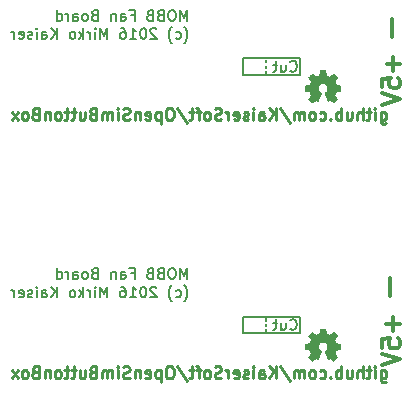
<source format=gbr>
G04 #@! TF.FileFunction,Legend,Bot*
%FSLAX46Y46*%
G04 Gerber Fmt 4.6, Leading zero omitted, Abs format (unit mm)*
G04 Created by KiCad (PCBNEW 4.0.4-stable) date 11/28/16 12:21:10*
%MOMM*%
%LPD*%
G01*
G04 APERTURE LIST*
%ADD10C,0.100000*%
%ADD11C,0.300000*%
%ADD12C,0.200000*%
%ADD13C,0.250000*%
%ADD14C,0.002540*%
G04 APERTURE END LIST*
D10*
D11*
X218352857Y-122868095D02*
X218352857Y-124391905D01*
X218647143Y-126161429D02*
X218647143Y-127304286D01*
X219218571Y-126732857D02*
X218075714Y-126732857D01*
X217718571Y-128732858D02*
X217718571Y-128018572D01*
X218432857Y-127947143D01*
X218361429Y-128018572D01*
X218290000Y-128161429D01*
X218290000Y-128518572D01*
X218361429Y-128661429D01*
X218432857Y-128732858D01*
X218575714Y-128804286D01*
X218932857Y-128804286D01*
X219075714Y-128732858D01*
X219147143Y-128661429D01*
X219218571Y-128518572D01*
X219218571Y-128161429D01*
X219147143Y-128018572D01*
X219075714Y-127947143D01*
X217718571Y-129232857D02*
X219218571Y-129732857D01*
X217718571Y-130232857D01*
X218677143Y-104131429D02*
X218677143Y-105274286D01*
X219248571Y-104702857D02*
X218105714Y-104702857D01*
X217748571Y-106702858D02*
X217748571Y-105988572D01*
X218462857Y-105917143D01*
X218391429Y-105988572D01*
X218320000Y-106131429D01*
X218320000Y-106488572D01*
X218391429Y-106631429D01*
X218462857Y-106702858D01*
X218605714Y-106774286D01*
X218962857Y-106774286D01*
X219105714Y-106702858D01*
X219177143Y-106631429D01*
X219248571Y-106488572D01*
X219248571Y-106131429D01*
X219177143Y-105988572D01*
X219105714Y-105917143D01*
X217748571Y-107202857D02*
X219248571Y-107702857D01*
X217748571Y-108202857D01*
X218572857Y-100938095D02*
X218572857Y-102461905D01*
D12*
X201215714Y-101052143D02*
X201215714Y-100152143D01*
X200915714Y-100795000D01*
X200615714Y-100152143D01*
X200615714Y-101052143D01*
X200015715Y-100152143D02*
X199844286Y-100152143D01*
X199758572Y-100195000D01*
X199672858Y-100280714D01*
X199630000Y-100452143D01*
X199630000Y-100752143D01*
X199672858Y-100923571D01*
X199758572Y-101009286D01*
X199844286Y-101052143D01*
X200015715Y-101052143D01*
X200101429Y-101009286D01*
X200187143Y-100923571D01*
X200230000Y-100752143D01*
X200230000Y-100452143D01*
X200187143Y-100280714D01*
X200101429Y-100195000D01*
X200015715Y-100152143D01*
X198944286Y-100580714D02*
X198815715Y-100623571D01*
X198772858Y-100666429D01*
X198730001Y-100752143D01*
X198730001Y-100880714D01*
X198772858Y-100966429D01*
X198815715Y-101009286D01*
X198901429Y-101052143D01*
X199244286Y-101052143D01*
X199244286Y-100152143D01*
X198944286Y-100152143D01*
X198858572Y-100195000D01*
X198815715Y-100237857D01*
X198772858Y-100323571D01*
X198772858Y-100409286D01*
X198815715Y-100495000D01*
X198858572Y-100537857D01*
X198944286Y-100580714D01*
X199244286Y-100580714D01*
X198044286Y-100580714D02*
X197915715Y-100623571D01*
X197872858Y-100666429D01*
X197830001Y-100752143D01*
X197830001Y-100880714D01*
X197872858Y-100966429D01*
X197915715Y-101009286D01*
X198001429Y-101052143D01*
X198344286Y-101052143D01*
X198344286Y-100152143D01*
X198044286Y-100152143D01*
X197958572Y-100195000D01*
X197915715Y-100237857D01*
X197872858Y-100323571D01*
X197872858Y-100409286D01*
X197915715Y-100495000D01*
X197958572Y-100537857D01*
X198044286Y-100580714D01*
X198344286Y-100580714D01*
X196458572Y-100580714D02*
X196758572Y-100580714D01*
X196758572Y-101052143D02*
X196758572Y-100152143D01*
X196330001Y-100152143D01*
X195601429Y-101052143D02*
X195601429Y-100580714D01*
X195644286Y-100495000D01*
X195730000Y-100452143D01*
X195901429Y-100452143D01*
X195987143Y-100495000D01*
X195601429Y-101009286D02*
X195687143Y-101052143D01*
X195901429Y-101052143D01*
X195987143Y-101009286D01*
X196030000Y-100923571D01*
X196030000Y-100837857D01*
X195987143Y-100752143D01*
X195901429Y-100709286D01*
X195687143Y-100709286D01*
X195601429Y-100666429D01*
X195172857Y-100452143D02*
X195172857Y-101052143D01*
X195172857Y-100537857D02*
X195130000Y-100495000D01*
X195044286Y-100452143D01*
X194915714Y-100452143D01*
X194830000Y-100495000D01*
X194787143Y-100580714D01*
X194787143Y-101052143D01*
X193372857Y-100580714D02*
X193244286Y-100623571D01*
X193201429Y-100666429D01*
X193158572Y-100752143D01*
X193158572Y-100880714D01*
X193201429Y-100966429D01*
X193244286Y-101009286D01*
X193330000Y-101052143D01*
X193672857Y-101052143D01*
X193672857Y-100152143D01*
X193372857Y-100152143D01*
X193287143Y-100195000D01*
X193244286Y-100237857D01*
X193201429Y-100323571D01*
X193201429Y-100409286D01*
X193244286Y-100495000D01*
X193287143Y-100537857D01*
X193372857Y-100580714D01*
X193672857Y-100580714D01*
X192644286Y-101052143D02*
X192730000Y-101009286D01*
X192772857Y-100966429D01*
X192815714Y-100880714D01*
X192815714Y-100623571D01*
X192772857Y-100537857D01*
X192730000Y-100495000D01*
X192644286Y-100452143D01*
X192515714Y-100452143D01*
X192430000Y-100495000D01*
X192387143Y-100537857D01*
X192344286Y-100623571D01*
X192344286Y-100880714D01*
X192387143Y-100966429D01*
X192430000Y-101009286D01*
X192515714Y-101052143D01*
X192644286Y-101052143D01*
X191572857Y-101052143D02*
X191572857Y-100580714D01*
X191615714Y-100495000D01*
X191701428Y-100452143D01*
X191872857Y-100452143D01*
X191958571Y-100495000D01*
X191572857Y-101009286D02*
X191658571Y-101052143D01*
X191872857Y-101052143D01*
X191958571Y-101009286D01*
X192001428Y-100923571D01*
X192001428Y-100837857D01*
X191958571Y-100752143D01*
X191872857Y-100709286D01*
X191658571Y-100709286D01*
X191572857Y-100666429D01*
X191144285Y-101052143D02*
X191144285Y-100452143D01*
X191144285Y-100623571D02*
X191101428Y-100537857D01*
X191058571Y-100495000D01*
X190972857Y-100452143D01*
X190887142Y-100452143D01*
X190201428Y-101052143D02*
X190201428Y-100152143D01*
X190201428Y-101009286D02*
X190287142Y-101052143D01*
X190458571Y-101052143D01*
X190544285Y-101009286D01*
X190587142Y-100966429D01*
X190629999Y-100880714D01*
X190629999Y-100623571D01*
X190587142Y-100537857D01*
X190544285Y-100495000D01*
X190458571Y-100452143D01*
X190287142Y-100452143D01*
X190201428Y-100495000D01*
X200958571Y-102945000D02*
X201001429Y-102902143D01*
X201087143Y-102773571D01*
X201130000Y-102687857D01*
X201172857Y-102559286D01*
X201215714Y-102345000D01*
X201215714Y-102173571D01*
X201172857Y-101959286D01*
X201130000Y-101830714D01*
X201087143Y-101745000D01*
X201001429Y-101616429D01*
X200958571Y-101573571D01*
X200230000Y-102559286D02*
X200315714Y-102602143D01*
X200487143Y-102602143D01*
X200572857Y-102559286D01*
X200615714Y-102516429D01*
X200658571Y-102430714D01*
X200658571Y-102173571D01*
X200615714Y-102087857D01*
X200572857Y-102045000D01*
X200487143Y-102002143D01*
X200315714Y-102002143D01*
X200230000Y-102045000D01*
X199930000Y-102945000D02*
X199887142Y-102902143D01*
X199801428Y-102773571D01*
X199758571Y-102687857D01*
X199715714Y-102559286D01*
X199672857Y-102345000D01*
X199672857Y-102173571D01*
X199715714Y-101959286D01*
X199758571Y-101830714D01*
X199801428Y-101745000D01*
X199887142Y-101616429D01*
X199930000Y-101573571D01*
X198601428Y-101787857D02*
X198558571Y-101745000D01*
X198472857Y-101702143D01*
X198258571Y-101702143D01*
X198172857Y-101745000D01*
X198130000Y-101787857D01*
X198087143Y-101873571D01*
X198087143Y-101959286D01*
X198130000Y-102087857D01*
X198644286Y-102602143D01*
X198087143Y-102602143D01*
X197530000Y-101702143D02*
X197444285Y-101702143D01*
X197358571Y-101745000D01*
X197315714Y-101787857D01*
X197272857Y-101873571D01*
X197230000Y-102045000D01*
X197230000Y-102259286D01*
X197272857Y-102430714D01*
X197315714Y-102516429D01*
X197358571Y-102559286D01*
X197444285Y-102602143D01*
X197530000Y-102602143D01*
X197615714Y-102559286D01*
X197658571Y-102516429D01*
X197701428Y-102430714D01*
X197744285Y-102259286D01*
X197744285Y-102045000D01*
X197701428Y-101873571D01*
X197658571Y-101787857D01*
X197615714Y-101745000D01*
X197530000Y-101702143D01*
X196372857Y-102602143D02*
X196887142Y-102602143D01*
X196630000Y-102602143D02*
X196630000Y-101702143D01*
X196715714Y-101830714D01*
X196801428Y-101916429D01*
X196887142Y-101959286D01*
X195601428Y-101702143D02*
X195772857Y-101702143D01*
X195858571Y-101745000D01*
X195901428Y-101787857D01*
X195987142Y-101916429D01*
X196029999Y-102087857D01*
X196029999Y-102430714D01*
X195987142Y-102516429D01*
X195944285Y-102559286D01*
X195858571Y-102602143D01*
X195687142Y-102602143D01*
X195601428Y-102559286D01*
X195558571Y-102516429D01*
X195515714Y-102430714D01*
X195515714Y-102216429D01*
X195558571Y-102130714D01*
X195601428Y-102087857D01*
X195687142Y-102045000D01*
X195858571Y-102045000D01*
X195944285Y-102087857D01*
X195987142Y-102130714D01*
X196029999Y-102216429D01*
X194444285Y-102602143D02*
X194444285Y-101702143D01*
X194144285Y-102345000D01*
X193844285Y-101702143D01*
X193844285Y-102602143D01*
X193415714Y-102602143D02*
X193415714Y-102002143D01*
X193415714Y-101702143D02*
X193458571Y-101745000D01*
X193415714Y-101787857D01*
X193372857Y-101745000D01*
X193415714Y-101702143D01*
X193415714Y-101787857D01*
X192987143Y-102602143D02*
X192987143Y-102002143D01*
X192987143Y-102173571D02*
X192944286Y-102087857D01*
X192901429Y-102045000D01*
X192815715Y-102002143D01*
X192730000Y-102002143D01*
X192430000Y-102602143D02*
X192430000Y-101702143D01*
X192344286Y-102259286D02*
X192087143Y-102602143D01*
X192087143Y-102002143D02*
X192430000Y-102345000D01*
X191572858Y-102602143D02*
X191658572Y-102559286D01*
X191701429Y-102516429D01*
X191744286Y-102430714D01*
X191744286Y-102173571D01*
X191701429Y-102087857D01*
X191658572Y-102045000D01*
X191572858Y-102002143D01*
X191444286Y-102002143D01*
X191358572Y-102045000D01*
X191315715Y-102087857D01*
X191272858Y-102173571D01*
X191272858Y-102430714D01*
X191315715Y-102516429D01*
X191358572Y-102559286D01*
X191444286Y-102602143D01*
X191572858Y-102602143D01*
X190201429Y-102602143D02*
X190201429Y-101702143D01*
X189687144Y-102602143D02*
X190072858Y-102087857D01*
X189687144Y-101702143D02*
X190201429Y-102216429D01*
X188915715Y-102602143D02*
X188915715Y-102130714D01*
X188958572Y-102045000D01*
X189044286Y-102002143D01*
X189215715Y-102002143D01*
X189301429Y-102045000D01*
X188915715Y-102559286D02*
X189001429Y-102602143D01*
X189215715Y-102602143D01*
X189301429Y-102559286D01*
X189344286Y-102473571D01*
X189344286Y-102387857D01*
X189301429Y-102302143D01*
X189215715Y-102259286D01*
X189001429Y-102259286D01*
X188915715Y-102216429D01*
X188487143Y-102602143D02*
X188487143Y-102002143D01*
X188487143Y-101702143D02*
X188530000Y-101745000D01*
X188487143Y-101787857D01*
X188444286Y-101745000D01*
X188487143Y-101702143D01*
X188487143Y-101787857D01*
X188101429Y-102559286D02*
X188015715Y-102602143D01*
X187844287Y-102602143D01*
X187758572Y-102559286D01*
X187715715Y-102473571D01*
X187715715Y-102430714D01*
X187758572Y-102345000D01*
X187844287Y-102302143D01*
X187972858Y-102302143D01*
X188058572Y-102259286D01*
X188101429Y-102173571D01*
X188101429Y-102130714D01*
X188058572Y-102045000D01*
X187972858Y-102002143D01*
X187844287Y-102002143D01*
X187758572Y-102045000D01*
X186987144Y-102559286D02*
X187072858Y-102602143D01*
X187244287Y-102602143D01*
X187330001Y-102559286D01*
X187372858Y-102473571D01*
X187372858Y-102130714D01*
X187330001Y-102045000D01*
X187244287Y-102002143D01*
X187072858Y-102002143D01*
X186987144Y-102045000D01*
X186944287Y-102130714D01*
X186944287Y-102216429D01*
X187372858Y-102302143D01*
X186558572Y-102602143D02*
X186558572Y-102002143D01*
X186558572Y-102173571D02*
X186515715Y-102087857D01*
X186472858Y-102045000D01*
X186387144Y-102002143D01*
X186301429Y-102002143D01*
D13*
X217587143Y-108785714D02*
X217587143Y-109595238D01*
X217634762Y-109690476D01*
X217682381Y-109738095D01*
X217777620Y-109785714D01*
X217920477Y-109785714D01*
X218015715Y-109738095D01*
X217587143Y-109404762D02*
X217682381Y-109452381D01*
X217872858Y-109452381D01*
X217968096Y-109404762D01*
X218015715Y-109357143D01*
X218063334Y-109261905D01*
X218063334Y-108976190D01*
X218015715Y-108880952D01*
X217968096Y-108833333D01*
X217872858Y-108785714D01*
X217682381Y-108785714D01*
X217587143Y-108833333D01*
X217110953Y-109452381D02*
X217110953Y-108785714D01*
X217110953Y-108452381D02*
X217158572Y-108500000D01*
X217110953Y-108547619D01*
X217063334Y-108500000D01*
X217110953Y-108452381D01*
X217110953Y-108547619D01*
X216777620Y-108785714D02*
X216396668Y-108785714D01*
X216634763Y-108452381D02*
X216634763Y-109309524D01*
X216587144Y-109404762D01*
X216491906Y-109452381D01*
X216396668Y-109452381D01*
X216063334Y-109452381D02*
X216063334Y-108452381D01*
X215634762Y-109452381D02*
X215634762Y-108928571D01*
X215682381Y-108833333D01*
X215777619Y-108785714D01*
X215920477Y-108785714D01*
X216015715Y-108833333D01*
X216063334Y-108880952D01*
X214730000Y-108785714D02*
X214730000Y-109452381D01*
X215158572Y-108785714D02*
X215158572Y-109309524D01*
X215110953Y-109404762D01*
X215015715Y-109452381D01*
X214872857Y-109452381D01*
X214777619Y-109404762D01*
X214730000Y-109357143D01*
X214253810Y-109452381D02*
X214253810Y-108452381D01*
X214253810Y-108833333D02*
X214158572Y-108785714D01*
X213968095Y-108785714D01*
X213872857Y-108833333D01*
X213825238Y-108880952D01*
X213777619Y-108976190D01*
X213777619Y-109261905D01*
X213825238Y-109357143D01*
X213872857Y-109404762D01*
X213968095Y-109452381D01*
X214158572Y-109452381D01*
X214253810Y-109404762D01*
X213349048Y-109357143D02*
X213301429Y-109404762D01*
X213349048Y-109452381D01*
X213396667Y-109404762D01*
X213349048Y-109357143D01*
X213349048Y-109452381D01*
X212444286Y-109404762D02*
X212539524Y-109452381D01*
X212730001Y-109452381D01*
X212825239Y-109404762D01*
X212872858Y-109357143D01*
X212920477Y-109261905D01*
X212920477Y-108976190D01*
X212872858Y-108880952D01*
X212825239Y-108833333D01*
X212730001Y-108785714D01*
X212539524Y-108785714D01*
X212444286Y-108833333D01*
X211872858Y-109452381D02*
X211968096Y-109404762D01*
X212015715Y-109357143D01*
X212063334Y-109261905D01*
X212063334Y-108976190D01*
X212015715Y-108880952D01*
X211968096Y-108833333D01*
X211872858Y-108785714D01*
X211730000Y-108785714D01*
X211634762Y-108833333D01*
X211587143Y-108880952D01*
X211539524Y-108976190D01*
X211539524Y-109261905D01*
X211587143Y-109357143D01*
X211634762Y-109404762D01*
X211730000Y-109452381D01*
X211872858Y-109452381D01*
X211110953Y-109452381D02*
X211110953Y-108785714D01*
X211110953Y-108880952D02*
X211063334Y-108833333D01*
X210968096Y-108785714D01*
X210825238Y-108785714D01*
X210730000Y-108833333D01*
X210682381Y-108928571D01*
X210682381Y-109452381D01*
X210682381Y-108928571D02*
X210634762Y-108833333D01*
X210539524Y-108785714D01*
X210396667Y-108785714D01*
X210301429Y-108833333D01*
X210253810Y-108928571D01*
X210253810Y-109452381D01*
X209063334Y-108404762D02*
X209920477Y-109690476D01*
X208730001Y-109452381D02*
X208730001Y-108452381D01*
X208158572Y-109452381D02*
X208587144Y-108880952D01*
X208158572Y-108452381D02*
X208730001Y-109023810D01*
X207301429Y-109452381D02*
X207301429Y-108928571D01*
X207349048Y-108833333D01*
X207444286Y-108785714D01*
X207634763Y-108785714D01*
X207730001Y-108833333D01*
X207301429Y-109404762D02*
X207396667Y-109452381D01*
X207634763Y-109452381D01*
X207730001Y-109404762D01*
X207777620Y-109309524D01*
X207777620Y-109214286D01*
X207730001Y-109119048D01*
X207634763Y-109071429D01*
X207396667Y-109071429D01*
X207301429Y-109023810D01*
X206825239Y-109452381D02*
X206825239Y-108785714D01*
X206825239Y-108452381D02*
X206872858Y-108500000D01*
X206825239Y-108547619D01*
X206777620Y-108500000D01*
X206825239Y-108452381D01*
X206825239Y-108547619D01*
X206396668Y-109404762D02*
X206301430Y-109452381D01*
X206110954Y-109452381D01*
X206015715Y-109404762D01*
X205968096Y-109309524D01*
X205968096Y-109261905D01*
X206015715Y-109166667D01*
X206110954Y-109119048D01*
X206253811Y-109119048D01*
X206349049Y-109071429D01*
X206396668Y-108976190D01*
X206396668Y-108928571D01*
X206349049Y-108833333D01*
X206253811Y-108785714D01*
X206110954Y-108785714D01*
X206015715Y-108833333D01*
X205158572Y-109404762D02*
X205253810Y-109452381D01*
X205444287Y-109452381D01*
X205539525Y-109404762D01*
X205587144Y-109309524D01*
X205587144Y-108928571D01*
X205539525Y-108833333D01*
X205444287Y-108785714D01*
X205253810Y-108785714D01*
X205158572Y-108833333D01*
X205110953Y-108928571D01*
X205110953Y-109023810D01*
X205587144Y-109119048D01*
X204682382Y-109452381D02*
X204682382Y-108785714D01*
X204682382Y-108976190D02*
X204634763Y-108880952D01*
X204587144Y-108833333D01*
X204491906Y-108785714D01*
X204396667Y-108785714D01*
X204110953Y-109404762D02*
X203968096Y-109452381D01*
X203730000Y-109452381D01*
X203634762Y-109404762D01*
X203587143Y-109357143D01*
X203539524Y-109261905D01*
X203539524Y-109166667D01*
X203587143Y-109071429D01*
X203634762Y-109023810D01*
X203730000Y-108976190D01*
X203920477Y-108928571D01*
X204015715Y-108880952D01*
X204063334Y-108833333D01*
X204110953Y-108738095D01*
X204110953Y-108642857D01*
X204063334Y-108547619D01*
X204015715Y-108500000D01*
X203920477Y-108452381D01*
X203682381Y-108452381D01*
X203539524Y-108500000D01*
X202968096Y-109452381D02*
X203063334Y-109404762D01*
X203110953Y-109357143D01*
X203158572Y-109261905D01*
X203158572Y-108976190D01*
X203110953Y-108880952D01*
X203063334Y-108833333D01*
X202968096Y-108785714D01*
X202825238Y-108785714D01*
X202730000Y-108833333D01*
X202682381Y-108880952D01*
X202634762Y-108976190D01*
X202634762Y-109261905D01*
X202682381Y-109357143D01*
X202730000Y-109404762D01*
X202825238Y-109452381D01*
X202968096Y-109452381D01*
X202349048Y-108785714D02*
X201968096Y-108785714D01*
X202206191Y-109452381D02*
X202206191Y-108595238D01*
X202158572Y-108500000D01*
X202063334Y-108452381D01*
X201968096Y-108452381D01*
X201777619Y-108785714D02*
X201396667Y-108785714D01*
X201634762Y-108452381D02*
X201634762Y-109309524D01*
X201587143Y-109404762D01*
X201491905Y-109452381D01*
X201396667Y-109452381D01*
X200349047Y-108404762D02*
X201206190Y-109690476D01*
X199825238Y-108452381D02*
X199634761Y-108452381D01*
X199539523Y-108500000D01*
X199444285Y-108595238D01*
X199396666Y-108785714D01*
X199396666Y-109119048D01*
X199444285Y-109309524D01*
X199539523Y-109404762D01*
X199634761Y-109452381D01*
X199825238Y-109452381D01*
X199920476Y-109404762D01*
X200015714Y-109309524D01*
X200063333Y-109119048D01*
X200063333Y-108785714D01*
X200015714Y-108595238D01*
X199920476Y-108500000D01*
X199825238Y-108452381D01*
X198968095Y-108785714D02*
X198968095Y-109785714D01*
X198968095Y-108833333D02*
X198872857Y-108785714D01*
X198682380Y-108785714D01*
X198587142Y-108833333D01*
X198539523Y-108880952D01*
X198491904Y-108976190D01*
X198491904Y-109261905D01*
X198539523Y-109357143D01*
X198587142Y-109404762D01*
X198682380Y-109452381D01*
X198872857Y-109452381D01*
X198968095Y-109404762D01*
X197682380Y-109404762D02*
X197777618Y-109452381D01*
X197968095Y-109452381D01*
X198063333Y-109404762D01*
X198110952Y-109309524D01*
X198110952Y-108928571D01*
X198063333Y-108833333D01*
X197968095Y-108785714D01*
X197777618Y-108785714D01*
X197682380Y-108833333D01*
X197634761Y-108928571D01*
X197634761Y-109023810D01*
X198110952Y-109119048D01*
X197206190Y-108785714D02*
X197206190Y-109452381D01*
X197206190Y-108880952D02*
X197158571Y-108833333D01*
X197063333Y-108785714D01*
X196920475Y-108785714D01*
X196825237Y-108833333D01*
X196777618Y-108928571D01*
X196777618Y-109452381D01*
X196349047Y-109404762D02*
X196206190Y-109452381D01*
X195968094Y-109452381D01*
X195872856Y-109404762D01*
X195825237Y-109357143D01*
X195777618Y-109261905D01*
X195777618Y-109166667D01*
X195825237Y-109071429D01*
X195872856Y-109023810D01*
X195968094Y-108976190D01*
X196158571Y-108928571D01*
X196253809Y-108880952D01*
X196301428Y-108833333D01*
X196349047Y-108738095D01*
X196349047Y-108642857D01*
X196301428Y-108547619D01*
X196253809Y-108500000D01*
X196158571Y-108452381D01*
X195920475Y-108452381D01*
X195777618Y-108500000D01*
X195349047Y-109452381D02*
X195349047Y-108785714D01*
X195349047Y-108452381D02*
X195396666Y-108500000D01*
X195349047Y-108547619D01*
X195301428Y-108500000D01*
X195349047Y-108452381D01*
X195349047Y-108547619D01*
X194872857Y-109452381D02*
X194872857Y-108785714D01*
X194872857Y-108880952D02*
X194825238Y-108833333D01*
X194730000Y-108785714D01*
X194587142Y-108785714D01*
X194491904Y-108833333D01*
X194444285Y-108928571D01*
X194444285Y-109452381D01*
X194444285Y-108928571D02*
X194396666Y-108833333D01*
X194301428Y-108785714D01*
X194158571Y-108785714D01*
X194063333Y-108833333D01*
X194015714Y-108928571D01*
X194015714Y-109452381D01*
X193206190Y-108928571D02*
X193063333Y-108976190D01*
X193015714Y-109023810D01*
X192968095Y-109119048D01*
X192968095Y-109261905D01*
X193015714Y-109357143D01*
X193063333Y-109404762D01*
X193158571Y-109452381D01*
X193539524Y-109452381D01*
X193539524Y-108452381D01*
X193206190Y-108452381D01*
X193110952Y-108500000D01*
X193063333Y-108547619D01*
X193015714Y-108642857D01*
X193015714Y-108738095D01*
X193063333Y-108833333D01*
X193110952Y-108880952D01*
X193206190Y-108928571D01*
X193539524Y-108928571D01*
X192110952Y-108785714D02*
X192110952Y-109452381D01*
X192539524Y-108785714D02*
X192539524Y-109309524D01*
X192491905Y-109404762D01*
X192396667Y-109452381D01*
X192253809Y-109452381D01*
X192158571Y-109404762D01*
X192110952Y-109357143D01*
X191777619Y-108785714D02*
X191396667Y-108785714D01*
X191634762Y-108452381D02*
X191634762Y-109309524D01*
X191587143Y-109404762D01*
X191491905Y-109452381D01*
X191396667Y-109452381D01*
X191206190Y-108785714D02*
X190825238Y-108785714D01*
X191063333Y-108452381D02*
X191063333Y-109309524D01*
X191015714Y-109404762D01*
X190920476Y-109452381D01*
X190825238Y-109452381D01*
X190349047Y-109452381D02*
X190444285Y-109404762D01*
X190491904Y-109357143D01*
X190539523Y-109261905D01*
X190539523Y-108976190D01*
X190491904Y-108880952D01*
X190444285Y-108833333D01*
X190349047Y-108785714D01*
X190206189Y-108785714D01*
X190110951Y-108833333D01*
X190063332Y-108880952D01*
X190015713Y-108976190D01*
X190015713Y-109261905D01*
X190063332Y-109357143D01*
X190110951Y-109404762D01*
X190206189Y-109452381D01*
X190349047Y-109452381D01*
X189587142Y-108785714D02*
X189587142Y-109452381D01*
X189587142Y-108880952D02*
X189539523Y-108833333D01*
X189444285Y-108785714D01*
X189301427Y-108785714D01*
X189206189Y-108833333D01*
X189158570Y-108928571D01*
X189158570Y-109452381D01*
X188349046Y-108928571D02*
X188206189Y-108976190D01*
X188158570Y-109023810D01*
X188110951Y-109119048D01*
X188110951Y-109261905D01*
X188158570Y-109357143D01*
X188206189Y-109404762D01*
X188301427Y-109452381D01*
X188682380Y-109452381D01*
X188682380Y-108452381D01*
X188349046Y-108452381D01*
X188253808Y-108500000D01*
X188206189Y-108547619D01*
X188158570Y-108642857D01*
X188158570Y-108738095D01*
X188206189Y-108833333D01*
X188253808Y-108880952D01*
X188349046Y-108928571D01*
X188682380Y-108928571D01*
X187539523Y-109452381D02*
X187634761Y-109404762D01*
X187682380Y-109357143D01*
X187729999Y-109261905D01*
X187729999Y-108976190D01*
X187682380Y-108880952D01*
X187634761Y-108833333D01*
X187539523Y-108785714D01*
X187396665Y-108785714D01*
X187301427Y-108833333D01*
X187253808Y-108880952D01*
X187206189Y-108976190D01*
X187206189Y-109261905D01*
X187253808Y-109357143D01*
X187301427Y-109404762D01*
X187396665Y-109452381D01*
X187539523Y-109452381D01*
X186872856Y-109452381D02*
X186349046Y-108785714D01*
X186872856Y-108785714D02*
X186349046Y-109452381D01*
D12*
X209935715Y-105276429D02*
X209978572Y-105319286D01*
X210107143Y-105362143D01*
X210192857Y-105362143D01*
X210321429Y-105319286D01*
X210407143Y-105233571D01*
X210450000Y-105147857D01*
X210492857Y-104976429D01*
X210492857Y-104847857D01*
X210450000Y-104676429D01*
X210407143Y-104590714D01*
X210321429Y-104505000D01*
X210192857Y-104462143D01*
X210107143Y-104462143D01*
X209978572Y-104505000D01*
X209935715Y-104547857D01*
X209164286Y-104762143D02*
X209164286Y-105362143D01*
X209550000Y-104762143D02*
X209550000Y-105233571D01*
X209507143Y-105319286D01*
X209421429Y-105362143D01*
X209292857Y-105362143D01*
X209207143Y-105319286D01*
X209164286Y-105276429D01*
X208864286Y-104762143D02*
X208521429Y-104762143D01*
X208735714Y-104462143D02*
X208735714Y-105233571D01*
X208692857Y-105319286D01*
X208607143Y-105362143D01*
X208521429Y-105362143D01*
X207900000Y-105505000D02*
X207900000Y-105305000D01*
X207900000Y-105055000D02*
X207900000Y-104855000D01*
X207900000Y-104580000D02*
X207900000Y-104380000D01*
X210750000Y-105655000D02*
X210750000Y-104230000D01*
X210750000Y-104230000D02*
X205950000Y-104230000D01*
X205950000Y-104230000D02*
X205950000Y-105655000D01*
X210750000Y-105655000D02*
X205950000Y-105655000D01*
X210750000Y-127525000D02*
X205950000Y-127525000D01*
X205950000Y-126100000D02*
X205950000Y-127525000D01*
X210750000Y-126100000D02*
X205950000Y-126100000D01*
X210750000Y-127525000D02*
X210750000Y-126100000D01*
X207900000Y-126450000D02*
X207900000Y-126250000D01*
X207900000Y-126925000D02*
X207900000Y-126725000D01*
X207900000Y-127375000D02*
X207900000Y-127175000D01*
X209935715Y-127146429D02*
X209978572Y-127189286D01*
X210107143Y-127232143D01*
X210192857Y-127232143D01*
X210321429Y-127189286D01*
X210407143Y-127103571D01*
X210450000Y-127017857D01*
X210492857Y-126846429D01*
X210492857Y-126717857D01*
X210450000Y-126546429D01*
X210407143Y-126460714D01*
X210321429Y-126375000D01*
X210192857Y-126332143D01*
X210107143Y-126332143D01*
X209978572Y-126375000D01*
X209935715Y-126417857D01*
X209164286Y-126632143D02*
X209164286Y-127232143D01*
X209550000Y-126632143D02*
X209550000Y-127103571D01*
X209507143Y-127189286D01*
X209421429Y-127232143D01*
X209292857Y-127232143D01*
X209207143Y-127189286D01*
X209164286Y-127146429D01*
X208864286Y-126632143D02*
X208521429Y-126632143D01*
X208735714Y-126332143D02*
X208735714Y-127103571D01*
X208692857Y-127189286D01*
X208607143Y-127232143D01*
X208521429Y-127232143D01*
D13*
X217587143Y-130655714D02*
X217587143Y-131465238D01*
X217634762Y-131560476D01*
X217682381Y-131608095D01*
X217777620Y-131655714D01*
X217920477Y-131655714D01*
X218015715Y-131608095D01*
X217587143Y-131274762D02*
X217682381Y-131322381D01*
X217872858Y-131322381D01*
X217968096Y-131274762D01*
X218015715Y-131227143D01*
X218063334Y-131131905D01*
X218063334Y-130846190D01*
X218015715Y-130750952D01*
X217968096Y-130703333D01*
X217872858Y-130655714D01*
X217682381Y-130655714D01*
X217587143Y-130703333D01*
X217110953Y-131322381D02*
X217110953Y-130655714D01*
X217110953Y-130322381D02*
X217158572Y-130370000D01*
X217110953Y-130417619D01*
X217063334Y-130370000D01*
X217110953Y-130322381D01*
X217110953Y-130417619D01*
X216777620Y-130655714D02*
X216396668Y-130655714D01*
X216634763Y-130322381D02*
X216634763Y-131179524D01*
X216587144Y-131274762D01*
X216491906Y-131322381D01*
X216396668Y-131322381D01*
X216063334Y-131322381D02*
X216063334Y-130322381D01*
X215634762Y-131322381D02*
X215634762Y-130798571D01*
X215682381Y-130703333D01*
X215777619Y-130655714D01*
X215920477Y-130655714D01*
X216015715Y-130703333D01*
X216063334Y-130750952D01*
X214730000Y-130655714D02*
X214730000Y-131322381D01*
X215158572Y-130655714D02*
X215158572Y-131179524D01*
X215110953Y-131274762D01*
X215015715Y-131322381D01*
X214872857Y-131322381D01*
X214777619Y-131274762D01*
X214730000Y-131227143D01*
X214253810Y-131322381D02*
X214253810Y-130322381D01*
X214253810Y-130703333D02*
X214158572Y-130655714D01*
X213968095Y-130655714D01*
X213872857Y-130703333D01*
X213825238Y-130750952D01*
X213777619Y-130846190D01*
X213777619Y-131131905D01*
X213825238Y-131227143D01*
X213872857Y-131274762D01*
X213968095Y-131322381D01*
X214158572Y-131322381D01*
X214253810Y-131274762D01*
X213349048Y-131227143D02*
X213301429Y-131274762D01*
X213349048Y-131322381D01*
X213396667Y-131274762D01*
X213349048Y-131227143D01*
X213349048Y-131322381D01*
X212444286Y-131274762D02*
X212539524Y-131322381D01*
X212730001Y-131322381D01*
X212825239Y-131274762D01*
X212872858Y-131227143D01*
X212920477Y-131131905D01*
X212920477Y-130846190D01*
X212872858Y-130750952D01*
X212825239Y-130703333D01*
X212730001Y-130655714D01*
X212539524Y-130655714D01*
X212444286Y-130703333D01*
X211872858Y-131322381D02*
X211968096Y-131274762D01*
X212015715Y-131227143D01*
X212063334Y-131131905D01*
X212063334Y-130846190D01*
X212015715Y-130750952D01*
X211968096Y-130703333D01*
X211872858Y-130655714D01*
X211730000Y-130655714D01*
X211634762Y-130703333D01*
X211587143Y-130750952D01*
X211539524Y-130846190D01*
X211539524Y-131131905D01*
X211587143Y-131227143D01*
X211634762Y-131274762D01*
X211730000Y-131322381D01*
X211872858Y-131322381D01*
X211110953Y-131322381D02*
X211110953Y-130655714D01*
X211110953Y-130750952D02*
X211063334Y-130703333D01*
X210968096Y-130655714D01*
X210825238Y-130655714D01*
X210730000Y-130703333D01*
X210682381Y-130798571D01*
X210682381Y-131322381D01*
X210682381Y-130798571D02*
X210634762Y-130703333D01*
X210539524Y-130655714D01*
X210396667Y-130655714D01*
X210301429Y-130703333D01*
X210253810Y-130798571D01*
X210253810Y-131322381D01*
X209063334Y-130274762D02*
X209920477Y-131560476D01*
X208730001Y-131322381D02*
X208730001Y-130322381D01*
X208158572Y-131322381D02*
X208587144Y-130750952D01*
X208158572Y-130322381D02*
X208730001Y-130893810D01*
X207301429Y-131322381D02*
X207301429Y-130798571D01*
X207349048Y-130703333D01*
X207444286Y-130655714D01*
X207634763Y-130655714D01*
X207730001Y-130703333D01*
X207301429Y-131274762D02*
X207396667Y-131322381D01*
X207634763Y-131322381D01*
X207730001Y-131274762D01*
X207777620Y-131179524D01*
X207777620Y-131084286D01*
X207730001Y-130989048D01*
X207634763Y-130941429D01*
X207396667Y-130941429D01*
X207301429Y-130893810D01*
X206825239Y-131322381D02*
X206825239Y-130655714D01*
X206825239Y-130322381D02*
X206872858Y-130370000D01*
X206825239Y-130417619D01*
X206777620Y-130370000D01*
X206825239Y-130322381D01*
X206825239Y-130417619D01*
X206396668Y-131274762D02*
X206301430Y-131322381D01*
X206110954Y-131322381D01*
X206015715Y-131274762D01*
X205968096Y-131179524D01*
X205968096Y-131131905D01*
X206015715Y-131036667D01*
X206110954Y-130989048D01*
X206253811Y-130989048D01*
X206349049Y-130941429D01*
X206396668Y-130846190D01*
X206396668Y-130798571D01*
X206349049Y-130703333D01*
X206253811Y-130655714D01*
X206110954Y-130655714D01*
X206015715Y-130703333D01*
X205158572Y-131274762D02*
X205253810Y-131322381D01*
X205444287Y-131322381D01*
X205539525Y-131274762D01*
X205587144Y-131179524D01*
X205587144Y-130798571D01*
X205539525Y-130703333D01*
X205444287Y-130655714D01*
X205253810Y-130655714D01*
X205158572Y-130703333D01*
X205110953Y-130798571D01*
X205110953Y-130893810D01*
X205587144Y-130989048D01*
X204682382Y-131322381D02*
X204682382Y-130655714D01*
X204682382Y-130846190D02*
X204634763Y-130750952D01*
X204587144Y-130703333D01*
X204491906Y-130655714D01*
X204396667Y-130655714D01*
X204110953Y-131274762D02*
X203968096Y-131322381D01*
X203730000Y-131322381D01*
X203634762Y-131274762D01*
X203587143Y-131227143D01*
X203539524Y-131131905D01*
X203539524Y-131036667D01*
X203587143Y-130941429D01*
X203634762Y-130893810D01*
X203730000Y-130846190D01*
X203920477Y-130798571D01*
X204015715Y-130750952D01*
X204063334Y-130703333D01*
X204110953Y-130608095D01*
X204110953Y-130512857D01*
X204063334Y-130417619D01*
X204015715Y-130370000D01*
X203920477Y-130322381D01*
X203682381Y-130322381D01*
X203539524Y-130370000D01*
X202968096Y-131322381D02*
X203063334Y-131274762D01*
X203110953Y-131227143D01*
X203158572Y-131131905D01*
X203158572Y-130846190D01*
X203110953Y-130750952D01*
X203063334Y-130703333D01*
X202968096Y-130655714D01*
X202825238Y-130655714D01*
X202730000Y-130703333D01*
X202682381Y-130750952D01*
X202634762Y-130846190D01*
X202634762Y-131131905D01*
X202682381Y-131227143D01*
X202730000Y-131274762D01*
X202825238Y-131322381D01*
X202968096Y-131322381D01*
X202349048Y-130655714D02*
X201968096Y-130655714D01*
X202206191Y-131322381D02*
X202206191Y-130465238D01*
X202158572Y-130370000D01*
X202063334Y-130322381D01*
X201968096Y-130322381D01*
X201777619Y-130655714D02*
X201396667Y-130655714D01*
X201634762Y-130322381D02*
X201634762Y-131179524D01*
X201587143Y-131274762D01*
X201491905Y-131322381D01*
X201396667Y-131322381D01*
X200349047Y-130274762D02*
X201206190Y-131560476D01*
X199825238Y-130322381D02*
X199634761Y-130322381D01*
X199539523Y-130370000D01*
X199444285Y-130465238D01*
X199396666Y-130655714D01*
X199396666Y-130989048D01*
X199444285Y-131179524D01*
X199539523Y-131274762D01*
X199634761Y-131322381D01*
X199825238Y-131322381D01*
X199920476Y-131274762D01*
X200015714Y-131179524D01*
X200063333Y-130989048D01*
X200063333Y-130655714D01*
X200015714Y-130465238D01*
X199920476Y-130370000D01*
X199825238Y-130322381D01*
X198968095Y-130655714D02*
X198968095Y-131655714D01*
X198968095Y-130703333D02*
X198872857Y-130655714D01*
X198682380Y-130655714D01*
X198587142Y-130703333D01*
X198539523Y-130750952D01*
X198491904Y-130846190D01*
X198491904Y-131131905D01*
X198539523Y-131227143D01*
X198587142Y-131274762D01*
X198682380Y-131322381D01*
X198872857Y-131322381D01*
X198968095Y-131274762D01*
X197682380Y-131274762D02*
X197777618Y-131322381D01*
X197968095Y-131322381D01*
X198063333Y-131274762D01*
X198110952Y-131179524D01*
X198110952Y-130798571D01*
X198063333Y-130703333D01*
X197968095Y-130655714D01*
X197777618Y-130655714D01*
X197682380Y-130703333D01*
X197634761Y-130798571D01*
X197634761Y-130893810D01*
X198110952Y-130989048D01*
X197206190Y-130655714D02*
X197206190Y-131322381D01*
X197206190Y-130750952D02*
X197158571Y-130703333D01*
X197063333Y-130655714D01*
X196920475Y-130655714D01*
X196825237Y-130703333D01*
X196777618Y-130798571D01*
X196777618Y-131322381D01*
X196349047Y-131274762D02*
X196206190Y-131322381D01*
X195968094Y-131322381D01*
X195872856Y-131274762D01*
X195825237Y-131227143D01*
X195777618Y-131131905D01*
X195777618Y-131036667D01*
X195825237Y-130941429D01*
X195872856Y-130893810D01*
X195968094Y-130846190D01*
X196158571Y-130798571D01*
X196253809Y-130750952D01*
X196301428Y-130703333D01*
X196349047Y-130608095D01*
X196349047Y-130512857D01*
X196301428Y-130417619D01*
X196253809Y-130370000D01*
X196158571Y-130322381D01*
X195920475Y-130322381D01*
X195777618Y-130370000D01*
X195349047Y-131322381D02*
X195349047Y-130655714D01*
X195349047Y-130322381D02*
X195396666Y-130370000D01*
X195349047Y-130417619D01*
X195301428Y-130370000D01*
X195349047Y-130322381D01*
X195349047Y-130417619D01*
X194872857Y-131322381D02*
X194872857Y-130655714D01*
X194872857Y-130750952D02*
X194825238Y-130703333D01*
X194730000Y-130655714D01*
X194587142Y-130655714D01*
X194491904Y-130703333D01*
X194444285Y-130798571D01*
X194444285Y-131322381D01*
X194444285Y-130798571D02*
X194396666Y-130703333D01*
X194301428Y-130655714D01*
X194158571Y-130655714D01*
X194063333Y-130703333D01*
X194015714Y-130798571D01*
X194015714Y-131322381D01*
X193206190Y-130798571D02*
X193063333Y-130846190D01*
X193015714Y-130893810D01*
X192968095Y-130989048D01*
X192968095Y-131131905D01*
X193015714Y-131227143D01*
X193063333Y-131274762D01*
X193158571Y-131322381D01*
X193539524Y-131322381D01*
X193539524Y-130322381D01*
X193206190Y-130322381D01*
X193110952Y-130370000D01*
X193063333Y-130417619D01*
X193015714Y-130512857D01*
X193015714Y-130608095D01*
X193063333Y-130703333D01*
X193110952Y-130750952D01*
X193206190Y-130798571D01*
X193539524Y-130798571D01*
X192110952Y-130655714D02*
X192110952Y-131322381D01*
X192539524Y-130655714D02*
X192539524Y-131179524D01*
X192491905Y-131274762D01*
X192396667Y-131322381D01*
X192253809Y-131322381D01*
X192158571Y-131274762D01*
X192110952Y-131227143D01*
X191777619Y-130655714D02*
X191396667Y-130655714D01*
X191634762Y-130322381D02*
X191634762Y-131179524D01*
X191587143Y-131274762D01*
X191491905Y-131322381D01*
X191396667Y-131322381D01*
X191206190Y-130655714D02*
X190825238Y-130655714D01*
X191063333Y-130322381D02*
X191063333Y-131179524D01*
X191015714Y-131274762D01*
X190920476Y-131322381D01*
X190825238Y-131322381D01*
X190349047Y-131322381D02*
X190444285Y-131274762D01*
X190491904Y-131227143D01*
X190539523Y-131131905D01*
X190539523Y-130846190D01*
X190491904Y-130750952D01*
X190444285Y-130703333D01*
X190349047Y-130655714D01*
X190206189Y-130655714D01*
X190110951Y-130703333D01*
X190063332Y-130750952D01*
X190015713Y-130846190D01*
X190015713Y-131131905D01*
X190063332Y-131227143D01*
X190110951Y-131274762D01*
X190206189Y-131322381D01*
X190349047Y-131322381D01*
X189587142Y-130655714D02*
X189587142Y-131322381D01*
X189587142Y-130750952D02*
X189539523Y-130703333D01*
X189444285Y-130655714D01*
X189301427Y-130655714D01*
X189206189Y-130703333D01*
X189158570Y-130798571D01*
X189158570Y-131322381D01*
X188349046Y-130798571D02*
X188206189Y-130846190D01*
X188158570Y-130893810D01*
X188110951Y-130989048D01*
X188110951Y-131131905D01*
X188158570Y-131227143D01*
X188206189Y-131274762D01*
X188301427Y-131322381D01*
X188682380Y-131322381D01*
X188682380Y-130322381D01*
X188349046Y-130322381D01*
X188253808Y-130370000D01*
X188206189Y-130417619D01*
X188158570Y-130512857D01*
X188158570Y-130608095D01*
X188206189Y-130703333D01*
X188253808Y-130750952D01*
X188349046Y-130798571D01*
X188682380Y-130798571D01*
X187539523Y-131322381D02*
X187634761Y-131274762D01*
X187682380Y-131227143D01*
X187729999Y-131131905D01*
X187729999Y-130846190D01*
X187682380Y-130750952D01*
X187634761Y-130703333D01*
X187539523Y-130655714D01*
X187396665Y-130655714D01*
X187301427Y-130703333D01*
X187253808Y-130750952D01*
X187206189Y-130846190D01*
X187206189Y-131131905D01*
X187253808Y-131227143D01*
X187301427Y-131274762D01*
X187396665Y-131322381D01*
X187539523Y-131322381D01*
X186872856Y-131322381D02*
X186349046Y-130655714D01*
X186872856Y-130655714D02*
X186349046Y-131322381D01*
D12*
X201215714Y-122922143D02*
X201215714Y-122022143D01*
X200915714Y-122665000D01*
X200615714Y-122022143D01*
X200615714Y-122922143D01*
X200015715Y-122022143D02*
X199844286Y-122022143D01*
X199758572Y-122065000D01*
X199672858Y-122150714D01*
X199630000Y-122322143D01*
X199630000Y-122622143D01*
X199672858Y-122793571D01*
X199758572Y-122879286D01*
X199844286Y-122922143D01*
X200015715Y-122922143D01*
X200101429Y-122879286D01*
X200187143Y-122793571D01*
X200230000Y-122622143D01*
X200230000Y-122322143D01*
X200187143Y-122150714D01*
X200101429Y-122065000D01*
X200015715Y-122022143D01*
X198944286Y-122450714D02*
X198815715Y-122493571D01*
X198772858Y-122536429D01*
X198730001Y-122622143D01*
X198730001Y-122750714D01*
X198772858Y-122836429D01*
X198815715Y-122879286D01*
X198901429Y-122922143D01*
X199244286Y-122922143D01*
X199244286Y-122022143D01*
X198944286Y-122022143D01*
X198858572Y-122065000D01*
X198815715Y-122107857D01*
X198772858Y-122193571D01*
X198772858Y-122279286D01*
X198815715Y-122365000D01*
X198858572Y-122407857D01*
X198944286Y-122450714D01*
X199244286Y-122450714D01*
X198044286Y-122450714D02*
X197915715Y-122493571D01*
X197872858Y-122536429D01*
X197830001Y-122622143D01*
X197830001Y-122750714D01*
X197872858Y-122836429D01*
X197915715Y-122879286D01*
X198001429Y-122922143D01*
X198344286Y-122922143D01*
X198344286Y-122022143D01*
X198044286Y-122022143D01*
X197958572Y-122065000D01*
X197915715Y-122107857D01*
X197872858Y-122193571D01*
X197872858Y-122279286D01*
X197915715Y-122365000D01*
X197958572Y-122407857D01*
X198044286Y-122450714D01*
X198344286Y-122450714D01*
X196458572Y-122450714D02*
X196758572Y-122450714D01*
X196758572Y-122922143D02*
X196758572Y-122022143D01*
X196330001Y-122022143D01*
X195601429Y-122922143D02*
X195601429Y-122450714D01*
X195644286Y-122365000D01*
X195730000Y-122322143D01*
X195901429Y-122322143D01*
X195987143Y-122365000D01*
X195601429Y-122879286D02*
X195687143Y-122922143D01*
X195901429Y-122922143D01*
X195987143Y-122879286D01*
X196030000Y-122793571D01*
X196030000Y-122707857D01*
X195987143Y-122622143D01*
X195901429Y-122579286D01*
X195687143Y-122579286D01*
X195601429Y-122536429D01*
X195172857Y-122322143D02*
X195172857Y-122922143D01*
X195172857Y-122407857D02*
X195130000Y-122365000D01*
X195044286Y-122322143D01*
X194915714Y-122322143D01*
X194830000Y-122365000D01*
X194787143Y-122450714D01*
X194787143Y-122922143D01*
X193372857Y-122450714D02*
X193244286Y-122493571D01*
X193201429Y-122536429D01*
X193158572Y-122622143D01*
X193158572Y-122750714D01*
X193201429Y-122836429D01*
X193244286Y-122879286D01*
X193330000Y-122922143D01*
X193672857Y-122922143D01*
X193672857Y-122022143D01*
X193372857Y-122022143D01*
X193287143Y-122065000D01*
X193244286Y-122107857D01*
X193201429Y-122193571D01*
X193201429Y-122279286D01*
X193244286Y-122365000D01*
X193287143Y-122407857D01*
X193372857Y-122450714D01*
X193672857Y-122450714D01*
X192644286Y-122922143D02*
X192730000Y-122879286D01*
X192772857Y-122836429D01*
X192815714Y-122750714D01*
X192815714Y-122493571D01*
X192772857Y-122407857D01*
X192730000Y-122365000D01*
X192644286Y-122322143D01*
X192515714Y-122322143D01*
X192430000Y-122365000D01*
X192387143Y-122407857D01*
X192344286Y-122493571D01*
X192344286Y-122750714D01*
X192387143Y-122836429D01*
X192430000Y-122879286D01*
X192515714Y-122922143D01*
X192644286Y-122922143D01*
X191572857Y-122922143D02*
X191572857Y-122450714D01*
X191615714Y-122365000D01*
X191701428Y-122322143D01*
X191872857Y-122322143D01*
X191958571Y-122365000D01*
X191572857Y-122879286D02*
X191658571Y-122922143D01*
X191872857Y-122922143D01*
X191958571Y-122879286D01*
X192001428Y-122793571D01*
X192001428Y-122707857D01*
X191958571Y-122622143D01*
X191872857Y-122579286D01*
X191658571Y-122579286D01*
X191572857Y-122536429D01*
X191144285Y-122922143D02*
X191144285Y-122322143D01*
X191144285Y-122493571D02*
X191101428Y-122407857D01*
X191058571Y-122365000D01*
X190972857Y-122322143D01*
X190887142Y-122322143D01*
X190201428Y-122922143D02*
X190201428Y-122022143D01*
X190201428Y-122879286D02*
X190287142Y-122922143D01*
X190458571Y-122922143D01*
X190544285Y-122879286D01*
X190587142Y-122836429D01*
X190629999Y-122750714D01*
X190629999Y-122493571D01*
X190587142Y-122407857D01*
X190544285Y-122365000D01*
X190458571Y-122322143D01*
X190287142Y-122322143D01*
X190201428Y-122365000D01*
X200958571Y-124815000D02*
X201001429Y-124772143D01*
X201087143Y-124643571D01*
X201130000Y-124557857D01*
X201172857Y-124429286D01*
X201215714Y-124215000D01*
X201215714Y-124043571D01*
X201172857Y-123829286D01*
X201130000Y-123700714D01*
X201087143Y-123615000D01*
X201001429Y-123486429D01*
X200958571Y-123443571D01*
X200230000Y-124429286D02*
X200315714Y-124472143D01*
X200487143Y-124472143D01*
X200572857Y-124429286D01*
X200615714Y-124386429D01*
X200658571Y-124300714D01*
X200658571Y-124043571D01*
X200615714Y-123957857D01*
X200572857Y-123915000D01*
X200487143Y-123872143D01*
X200315714Y-123872143D01*
X200230000Y-123915000D01*
X199930000Y-124815000D02*
X199887142Y-124772143D01*
X199801428Y-124643571D01*
X199758571Y-124557857D01*
X199715714Y-124429286D01*
X199672857Y-124215000D01*
X199672857Y-124043571D01*
X199715714Y-123829286D01*
X199758571Y-123700714D01*
X199801428Y-123615000D01*
X199887142Y-123486429D01*
X199930000Y-123443571D01*
X198601428Y-123657857D02*
X198558571Y-123615000D01*
X198472857Y-123572143D01*
X198258571Y-123572143D01*
X198172857Y-123615000D01*
X198130000Y-123657857D01*
X198087143Y-123743571D01*
X198087143Y-123829286D01*
X198130000Y-123957857D01*
X198644286Y-124472143D01*
X198087143Y-124472143D01*
X197530000Y-123572143D02*
X197444285Y-123572143D01*
X197358571Y-123615000D01*
X197315714Y-123657857D01*
X197272857Y-123743571D01*
X197230000Y-123915000D01*
X197230000Y-124129286D01*
X197272857Y-124300714D01*
X197315714Y-124386429D01*
X197358571Y-124429286D01*
X197444285Y-124472143D01*
X197530000Y-124472143D01*
X197615714Y-124429286D01*
X197658571Y-124386429D01*
X197701428Y-124300714D01*
X197744285Y-124129286D01*
X197744285Y-123915000D01*
X197701428Y-123743571D01*
X197658571Y-123657857D01*
X197615714Y-123615000D01*
X197530000Y-123572143D01*
X196372857Y-124472143D02*
X196887142Y-124472143D01*
X196630000Y-124472143D02*
X196630000Y-123572143D01*
X196715714Y-123700714D01*
X196801428Y-123786429D01*
X196887142Y-123829286D01*
X195601428Y-123572143D02*
X195772857Y-123572143D01*
X195858571Y-123615000D01*
X195901428Y-123657857D01*
X195987142Y-123786429D01*
X196029999Y-123957857D01*
X196029999Y-124300714D01*
X195987142Y-124386429D01*
X195944285Y-124429286D01*
X195858571Y-124472143D01*
X195687142Y-124472143D01*
X195601428Y-124429286D01*
X195558571Y-124386429D01*
X195515714Y-124300714D01*
X195515714Y-124086429D01*
X195558571Y-124000714D01*
X195601428Y-123957857D01*
X195687142Y-123915000D01*
X195858571Y-123915000D01*
X195944285Y-123957857D01*
X195987142Y-124000714D01*
X196029999Y-124086429D01*
X194444285Y-124472143D02*
X194444285Y-123572143D01*
X194144285Y-124215000D01*
X193844285Y-123572143D01*
X193844285Y-124472143D01*
X193415714Y-124472143D02*
X193415714Y-123872143D01*
X193415714Y-123572143D02*
X193458571Y-123615000D01*
X193415714Y-123657857D01*
X193372857Y-123615000D01*
X193415714Y-123572143D01*
X193415714Y-123657857D01*
X192987143Y-124472143D02*
X192987143Y-123872143D01*
X192987143Y-124043571D02*
X192944286Y-123957857D01*
X192901429Y-123915000D01*
X192815715Y-123872143D01*
X192730000Y-123872143D01*
X192430000Y-124472143D02*
X192430000Y-123572143D01*
X192344286Y-124129286D02*
X192087143Y-124472143D01*
X192087143Y-123872143D02*
X192430000Y-124215000D01*
X191572858Y-124472143D02*
X191658572Y-124429286D01*
X191701429Y-124386429D01*
X191744286Y-124300714D01*
X191744286Y-124043571D01*
X191701429Y-123957857D01*
X191658572Y-123915000D01*
X191572858Y-123872143D01*
X191444286Y-123872143D01*
X191358572Y-123915000D01*
X191315715Y-123957857D01*
X191272858Y-124043571D01*
X191272858Y-124300714D01*
X191315715Y-124386429D01*
X191358572Y-124429286D01*
X191444286Y-124472143D01*
X191572858Y-124472143D01*
X190201429Y-124472143D02*
X190201429Y-123572143D01*
X189687144Y-124472143D02*
X190072858Y-123957857D01*
X189687144Y-123572143D02*
X190201429Y-124086429D01*
X188915715Y-124472143D02*
X188915715Y-124000714D01*
X188958572Y-123915000D01*
X189044286Y-123872143D01*
X189215715Y-123872143D01*
X189301429Y-123915000D01*
X188915715Y-124429286D02*
X189001429Y-124472143D01*
X189215715Y-124472143D01*
X189301429Y-124429286D01*
X189344286Y-124343571D01*
X189344286Y-124257857D01*
X189301429Y-124172143D01*
X189215715Y-124129286D01*
X189001429Y-124129286D01*
X188915715Y-124086429D01*
X188487143Y-124472143D02*
X188487143Y-123872143D01*
X188487143Y-123572143D02*
X188530000Y-123615000D01*
X188487143Y-123657857D01*
X188444286Y-123615000D01*
X188487143Y-123572143D01*
X188487143Y-123657857D01*
X188101429Y-124429286D02*
X188015715Y-124472143D01*
X187844287Y-124472143D01*
X187758572Y-124429286D01*
X187715715Y-124343571D01*
X187715715Y-124300714D01*
X187758572Y-124215000D01*
X187844287Y-124172143D01*
X187972858Y-124172143D01*
X188058572Y-124129286D01*
X188101429Y-124043571D01*
X188101429Y-124000714D01*
X188058572Y-123915000D01*
X187972858Y-123872143D01*
X187844287Y-123872143D01*
X187758572Y-123915000D01*
X186987144Y-124429286D02*
X187072858Y-124472143D01*
X187244287Y-124472143D01*
X187330001Y-124429286D01*
X187372858Y-124343571D01*
X187372858Y-124000714D01*
X187330001Y-123915000D01*
X187244287Y-123872143D01*
X187072858Y-123872143D01*
X186987144Y-123915000D01*
X186944287Y-124000714D01*
X186944287Y-124086429D01*
X187372858Y-124172143D01*
X186558572Y-124472143D02*
X186558572Y-123872143D01*
X186558572Y-124043571D02*
X186515715Y-123957857D01*
X186472858Y-123915000D01*
X186387144Y-123872143D01*
X186301429Y-123872143D01*
D14*
G36*
X213599320Y-107956200D02*
X213581540Y-107948580D01*
X213548520Y-107925720D01*
X213497720Y-107892700D01*
X213439300Y-107854600D01*
X213378340Y-107813960D01*
X213330080Y-107780940D01*
X213294520Y-107758080D01*
X213281820Y-107750460D01*
X213274200Y-107753000D01*
X213246260Y-107768240D01*
X213205620Y-107788560D01*
X213180220Y-107801260D01*
X213142120Y-107816500D01*
X213124340Y-107821580D01*
X213121800Y-107816500D01*
X213106560Y-107786020D01*
X213086240Y-107737760D01*
X213058300Y-107671720D01*
X213025280Y-107595520D01*
X212989720Y-107514240D01*
X212956700Y-107430420D01*
X212923680Y-107351680D01*
X212893200Y-107278020D01*
X212870340Y-107219600D01*
X212855100Y-107178960D01*
X212847480Y-107161180D01*
X212850020Y-107158640D01*
X212867800Y-107140860D01*
X212900820Y-107115460D01*
X212971940Y-107057040D01*
X213043060Y-106970680D01*
X213086240Y-106871620D01*
X213098940Y-106759860D01*
X213088780Y-106658260D01*
X213048140Y-106561740D01*
X212979560Y-106472840D01*
X212895740Y-106406800D01*
X212799220Y-106366160D01*
X212690000Y-106353460D01*
X212585860Y-106363620D01*
X212486800Y-106404260D01*
X212397900Y-106470300D01*
X212359800Y-106513480D01*
X212309000Y-106604920D01*
X212278520Y-106698900D01*
X212275980Y-106721760D01*
X212281060Y-106828440D01*
X212311540Y-106930040D01*
X212367420Y-107018940D01*
X212443620Y-107092600D01*
X212453780Y-107100220D01*
X212489340Y-107128160D01*
X212514740Y-107145940D01*
X212532520Y-107161180D01*
X212397900Y-107483760D01*
X212377580Y-107534560D01*
X212339480Y-107623460D01*
X212309000Y-107699660D01*
X212281060Y-107760620D01*
X212263280Y-107801260D01*
X212255660Y-107816500D01*
X212255660Y-107816500D01*
X212242960Y-107819040D01*
X212220100Y-107811420D01*
X212174380Y-107788560D01*
X212143900Y-107773320D01*
X212110880Y-107758080D01*
X212095640Y-107750460D01*
X212080400Y-107758080D01*
X212047380Y-107778400D01*
X212001660Y-107811420D01*
X211943240Y-107849520D01*
X211887360Y-107887620D01*
X211836560Y-107920640D01*
X211801000Y-107946040D01*
X211783220Y-107953660D01*
X211780680Y-107953660D01*
X211762900Y-107946040D01*
X211734960Y-107920640D01*
X211691780Y-107880000D01*
X211628280Y-107819040D01*
X211618120Y-107808880D01*
X211567320Y-107758080D01*
X211526680Y-107712360D01*
X211498740Y-107681880D01*
X211488580Y-107669180D01*
X211488580Y-107669180D01*
X211498740Y-107651400D01*
X211521600Y-107613300D01*
X211554620Y-107562500D01*
X211595260Y-107501540D01*
X211701940Y-107346600D01*
X211643520Y-107201820D01*
X211625740Y-107156100D01*
X211602880Y-107100220D01*
X211585100Y-107062120D01*
X211577480Y-107044340D01*
X211559700Y-107039260D01*
X211521600Y-107029100D01*
X211463180Y-107018940D01*
X211392060Y-107006240D01*
X211326020Y-106993540D01*
X211267600Y-106980840D01*
X211224420Y-106973220D01*
X211204100Y-106970680D01*
X211199020Y-106965600D01*
X211196480Y-106957980D01*
X211193940Y-106937660D01*
X211191400Y-106899560D01*
X211191400Y-106843680D01*
X211191400Y-106759860D01*
X211191400Y-106752240D01*
X211191400Y-106673500D01*
X211193940Y-106610000D01*
X211196480Y-106571900D01*
X211199020Y-106554120D01*
X211199020Y-106554120D01*
X211216800Y-106549040D01*
X211259980Y-106541420D01*
X211318400Y-106528720D01*
X211389520Y-106516020D01*
X211394600Y-106516020D01*
X211465720Y-106500780D01*
X211524140Y-106488080D01*
X211567320Y-106480460D01*
X211585100Y-106472840D01*
X211587640Y-106467760D01*
X211602880Y-106439820D01*
X211623200Y-106396640D01*
X211646060Y-106343300D01*
X211668920Y-106287420D01*
X211689240Y-106236620D01*
X211701940Y-106201060D01*
X211707020Y-106183280D01*
X211707020Y-106183280D01*
X211696860Y-106165500D01*
X211671460Y-106129940D01*
X211635900Y-106079140D01*
X211595260Y-106018180D01*
X211592720Y-106013100D01*
X211552080Y-105952140D01*
X211519060Y-105901340D01*
X211496200Y-105865780D01*
X211488580Y-105850540D01*
X211488580Y-105848000D01*
X211501280Y-105830220D01*
X211531760Y-105797200D01*
X211577480Y-105751480D01*
X211628280Y-105698140D01*
X211646060Y-105682900D01*
X211704480Y-105624480D01*
X211745120Y-105588920D01*
X211770520Y-105568600D01*
X211780680Y-105563520D01*
X211783220Y-105563520D01*
X211801000Y-105573680D01*
X211839100Y-105599080D01*
X211889900Y-105634640D01*
X211950860Y-105675280D01*
X211953400Y-105677820D01*
X212014360Y-105718460D01*
X212065160Y-105754020D01*
X212100720Y-105776880D01*
X212115960Y-105784500D01*
X212118500Y-105784500D01*
X212141360Y-105779420D01*
X212184540Y-105764180D01*
X212237880Y-105743860D01*
X212293760Y-105721000D01*
X212344560Y-105700680D01*
X212380120Y-105682900D01*
X212397900Y-105672740D01*
X212400440Y-105672740D01*
X212405520Y-105649880D01*
X212415680Y-105604160D01*
X212428380Y-105543200D01*
X212443620Y-105469540D01*
X212446160Y-105459380D01*
X212458860Y-105385720D01*
X212469020Y-105327300D01*
X212479180Y-105286660D01*
X212481720Y-105268880D01*
X212491880Y-105268880D01*
X212527440Y-105266340D01*
X212580780Y-105263800D01*
X212646820Y-105263800D01*
X212712860Y-105263800D01*
X212778900Y-105263800D01*
X212834780Y-105266340D01*
X212875420Y-105268880D01*
X212893200Y-105273960D01*
X212893200Y-105273960D01*
X212898280Y-105296820D01*
X212908440Y-105340000D01*
X212921140Y-105403500D01*
X212936380Y-105477160D01*
X212938920Y-105489860D01*
X212951620Y-105560980D01*
X212964320Y-105619400D01*
X212971940Y-105660040D01*
X212977020Y-105675280D01*
X212982100Y-105677820D01*
X213012580Y-105693060D01*
X213060840Y-105710840D01*
X213119260Y-105736240D01*
X213256420Y-105792120D01*
X213424060Y-105675280D01*
X213439300Y-105665120D01*
X213500260Y-105624480D01*
X213551060Y-105591460D01*
X213586620Y-105568600D01*
X213599320Y-105560980D01*
X213601860Y-105560980D01*
X213617100Y-105576220D01*
X213650120Y-105606700D01*
X213695840Y-105652420D01*
X213749180Y-105703220D01*
X213789820Y-105743860D01*
X213835540Y-105789580D01*
X213863480Y-105822600D01*
X213881260Y-105842920D01*
X213886340Y-105855620D01*
X213883800Y-105863240D01*
X213873640Y-105881020D01*
X213848240Y-105916580D01*
X213815220Y-105969920D01*
X213774580Y-106028340D01*
X213739020Y-106079140D01*
X213703460Y-106135020D01*
X213680600Y-106175660D01*
X213670440Y-106193440D01*
X213672980Y-106203600D01*
X213685680Y-106236620D01*
X213706000Y-106284880D01*
X213731400Y-106345840D01*
X213789820Y-106477920D01*
X213876180Y-106495700D01*
X213929520Y-106505860D01*
X214003180Y-106518560D01*
X214074300Y-106533800D01*
X214186060Y-106554120D01*
X214188600Y-106957980D01*
X214170820Y-106965600D01*
X214155580Y-106970680D01*
X214114940Y-106980840D01*
X214056520Y-106991000D01*
X213987940Y-107003700D01*
X213926980Y-107016400D01*
X213868560Y-107026560D01*
X213825380Y-107034180D01*
X213807600Y-107039260D01*
X213802520Y-107044340D01*
X213787280Y-107074820D01*
X213766960Y-107120540D01*
X213744100Y-107173880D01*
X213718700Y-107232300D01*
X213698380Y-107283100D01*
X213683140Y-107323740D01*
X213678060Y-107344060D01*
X213685680Y-107359300D01*
X213708540Y-107394860D01*
X213741560Y-107445660D01*
X213782200Y-107504080D01*
X213822840Y-107562500D01*
X213855860Y-107613300D01*
X213881260Y-107648860D01*
X213888880Y-107666640D01*
X213883800Y-107676800D01*
X213860940Y-107704740D01*
X213817760Y-107750460D01*
X213751720Y-107816500D01*
X213739020Y-107826660D01*
X213688220Y-107877460D01*
X213642500Y-107918100D01*
X213612020Y-107946040D01*
X213599320Y-107956200D01*
X213599320Y-107956200D01*
G37*
X213599320Y-107956200D02*
X213581540Y-107948580D01*
X213548520Y-107925720D01*
X213497720Y-107892700D01*
X213439300Y-107854600D01*
X213378340Y-107813960D01*
X213330080Y-107780940D01*
X213294520Y-107758080D01*
X213281820Y-107750460D01*
X213274200Y-107753000D01*
X213246260Y-107768240D01*
X213205620Y-107788560D01*
X213180220Y-107801260D01*
X213142120Y-107816500D01*
X213124340Y-107821580D01*
X213121800Y-107816500D01*
X213106560Y-107786020D01*
X213086240Y-107737760D01*
X213058300Y-107671720D01*
X213025280Y-107595520D01*
X212989720Y-107514240D01*
X212956700Y-107430420D01*
X212923680Y-107351680D01*
X212893200Y-107278020D01*
X212870340Y-107219600D01*
X212855100Y-107178960D01*
X212847480Y-107161180D01*
X212850020Y-107158640D01*
X212867800Y-107140860D01*
X212900820Y-107115460D01*
X212971940Y-107057040D01*
X213043060Y-106970680D01*
X213086240Y-106871620D01*
X213098940Y-106759860D01*
X213088780Y-106658260D01*
X213048140Y-106561740D01*
X212979560Y-106472840D01*
X212895740Y-106406800D01*
X212799220Y-106366160D01*
X212690000Y-106353460D01*
X212585860Y-106363620D01*
X212486800Y-106404260D01*
X212397900Y-106470300D01*
X212359800Y-106513480D01*
X212309000Y-106604920D01*
X212278520Y-106698900D01*
X212275980Y-106721760D01*
X212281060Y-106828440D01*
X212311540Y-106930040D01*
X212367420Y-107018940D01*
X212443620Y-107092600D01*
X212453780Y-107100220D01*
X212489340Y-107128160D01*
X212514740Y-107145940D01*
X212532520Y-107161180D01*
X212397900Y-107483760D01*
X212377580Y-107534560D01*
X212339480Y-107623460D01*
X212309000Y-107699660D01*
X212281060Y-107760620D01*
X212263280Y-107801260D01*
X212255660Y-107816500D01*
X212255660Y-107816500D01*
X212242960Y-107819040D01*
X212220100Y-107811420D01*
X212174380Y-107788560D01*
X212143900Y-107773320D01*
X212110880Y-107758080D01*
X212095640Y-107750460D01*
X212080400Y-107758080D01*
X212047380Y-107778400D01*
X212001660Y-107811420D01*
X211943240Y-107849520D01*
X211887360Y-107887620D01*
X211836560Y-107920640D01*
X211801000Y-107946040D01*
X211783220Y-107953660D01*
X211780680Y-107953660D01*
X211762900Y-107946040D01*
X211734960Y-107920640D01*
X211691780Y-107880000D01*
X211628280Y-107819040D01*
X211618120Y-107808880D01*
X211567320Y-107758080D01*
X211526680Y-107712360D01*
X211498740Y-107681880D01*
X211488580Y-107669180D01*
X211488580Y-107669180D01*
X211498740Y-107651400D01*
X211521600Y-107613300D01*
X211554620Y-107562500D01*
X211595260Y-107501540D01*
X211701940Y-107346600D01*
X211643520Y-107201820D01*
X211625740Y-107156100D01*
X211602880Y-107100220D01*
X211585100Y-107062120D01*
X211577480Y-107044340D01*
X211559700Y-107039260D01*
X211521600Y-107029100D01*
X211463180Y-107018940D01*
X211392060Y-107006240D01*
X211326020Y-106993540D01*
X211267600Y-106980840D01*
X211224420Y-106973220D01*
X211204100Y-106970680D01*
X211199020Y-106965600D01*
X211196480Y-106957980D01*
X211193940Y-106937660D01*
X211191400Y-106899560D01*
X211191400Y-106843680D01*
X211191400Y-106759860D01*
X211191400Y-106752240D01*
X211191400Y-106673500D01*
X211193940Y-106610000D01*
X211196480Y-106571900D01*
X211199020Y-106554120D01*
X211199020Y-106554120D01*
X211216800Y-106549040D01*
X211259980Y-106541420D01*
X211318400Y-106528720D01*
X211389520Y-106516020D01*
X211394600Y-106516020D01*
X211465720Y-106500780D01*
X211524140Y-106488080D01*
X211567320Y-106480460D01*
X211585100Y-106472840D01*
X211587640Y-106467760D01*
X211602880Y-106439820D01*
X211623200Y-106396640D01*
X211646060Y-106343300D01*
X211668920Y-106287420D01*
X211689240Y-106236620D01*
X211701940Y-106201060D01*
X211707020Y-106183280D01*
X211707020Y-106183280D01*
X211696860Y-106165500D01*
X211671460Y-106129940D01*
X211635900Y-106079140D01*
X211595260Y-106018180D01*
X211592720Y-106013100D01*
X211552080Y-105952140D01*
X211519060Y-105901340D01*
X211496200Y-105865780D01*
X211488580Y-105850540D01*
X211488580Y-105848000D01*
X211501280Y-105830220D01*
X211531760Y-105797200D01*
X211577480Y-105751480D01*
X211628280Y-105698140D01*
X211646060Y-105682900D01*
X211704480Y-105624480D01*
X211745120Y-105588920D01*
X211770520Y-105568600D01*
X211780680Y-105563520D01*
X211783220Y-105563520D01*
X211801000Y-105573680D01*
X211839100Y-105599080D01*
X211889900Y-105634640D01*
X211950860Y-105675280D01*
X211953400Y-105677820D01*
X212014360Y-105718460D01*
X212065160Y-105754020D01*
X212100720Y-105776880D01*
X212115960Y-105784500D01*
X212118500Y-105784500D01*
X212141360Y-105779420D01*
X212184540Y-105764180D01*
X212237880Y-105743860D01*
X212293760Y-105721000D01*
X212344560Y-105700680D01*
X212380120Y-105682900D01*
X212397900Y-105672740D01*
X212400440Y-105672740D01*
X212405520Y-105649880D01*
X212415680Y-105604160D01*
X212428380Y-105543200D01*
X212443620Y-105469540D01*
X212446160Y-105459380D01*
X212458860Y-105385720D01*
X212469020Y-105327300D01*
X212479180Y-105286660D01*
X212481720Y-105268880D01*
X212491880Y-105268880D01*
X212527440Y-105266340D01*
X212580780Y-105263800D01*
X212646820Y-105263800D01*
X212712860Y-105263800D01*
X212778900Y-105263800D01*
X212834780Y-105266340D01*
X212875420Y-105268880D01*
X212893200Y-105273960D01*
X212893200Y-105273960D01*
X212898280Y-105296820D01*
X212908440Y-105340000D01*
X212921140Y-105403500D01*
X212936380Y-105477160D01*
X212938920Y-105489860D01*
X212951620Y-105560980D01*
X212964320Y-105619400D01*
X212971940Y-105660040D01*
X212977020Y-105675280D01*
X212982100Y-105677820D01*
X213012580Y-105693060D01*
X213060840Y-105710840D01*
X213119260Y-105736240D01*
X213256420Y-105792120D01*
X213424060Y-105675280D01*
X213439300Y-105665120D01*
X213500260Y-105624480D01*
X213551060Y-105591460D01*
X213586620Y-105568600D01*
X213599320Y-105560980D01*
X213601860Y-105560980D01*
X213617100Y-105576220D01*
X213650120Y-105606700D01*
X213695840Y-105652420D01*
X213749180Y-105703220D01*
X213789820Y-105743860D01*
X213835540Y-105789580D01*
X213863480Y-105822600D01*
X213881260Y-105842920D01*
X213886340Y-105855620D01*
X213883800Y-105863240D01*
X213873640Y-105881020D01*
X213848240Y-105916580D01*
X213815220Y-105969920D01*
X213774580Y-106028340D01*
X213739020Y-106079140D01*
X213703460Y-106135020D01*
X213680600Y-106175660D01*
X213670440Y-106193440D01*
X213672980Y-106203600D01*
X213685680Y-106236620D01*
X213706000Y-106284880D01*
X213731400Y-106345840D01*
X213789820Y-106477920D01*
X213876180Y-106495700D01*
X213929520Y-106505860D01*
X214003180Y-106518560D01*
X214074300Y-106533800D01*
X214186060Y-106554120D01*
X214188600Y-106957980D01*
X214170820Y-106965600D01*
X214155580Y-106970680D01*
X214114940Y-106980840D01*
X214056520Y-106991000D01*
X213987940Y-107003700D01*
X213926980Y-107016400D01*
X213868560Y-107026560D01*
X213825380Y-107034180D01*
X213807600Y-107039260D01*
X213802520Y-107044340D01*
X213787280Y-107074820D01*
X213766960Y-107120540D01*
X213744100Y-107173880D01*
X213718700Y-107232300D01*
X213698380Y-107283100D01*
X213683140Y-107323740D01*
X213678060Y-107344060D01*
X213685680Y-107359300D01*
X213708540Y-107394860D01*
X213741560Y-107445660D01*
X213782200Y-107504080D01*
X213822840Y-107562500D01*
X213855860Y-107613300D01*
X213881260Y-107648860D01*
X213888880Y-107666640D01*
X213883800Y-107676800D01*
X213860940Y-107704740D01*
X213817760Y-107750460D01*
X213751720Y-107816500D01*
X213739020Y-107826660D01*
X213688220Y-107877460D01*
X213642500Y-107918100D01*
X213612020Y-107946040D01*
X213599320Y-107956200D01*
G36*
X213599320Y-129826200D02*
X213581540Y-129818580D01*
X213548520Y-129795720D01*
X213497720Y-129762700D01*
X213439300Y-129724600D01*
X213378340Y-129683960D01*
X213330080Y-129650940D01*
X213294520Y-129628080D01*
X213281820Y-129620460D01*
X213274200Y-129623000D01*
X213246260Y-129638240D01*
X213205620Y-129658560D01*
X213180220Y-129671260D01*
X213142120Y-129686500D01*
X213124340Y-129691580D01*
X213121800Y-129686500D01*
X213106560Y-129656020D01*
X213086240Y-129607760D01*
X213058300Y-129541720D01*
X213025280Y-129465520D01*
X212989720Y-129384240D01*
X212956700Y-129300420D01*
X212923680Y-129221680D01*
X212893200Y-129148020D01*
X212870340Y-129089600D01*
X212855100Y-129048960D01*
X212847480Y-129031180D01*
X212850020Y-129028640D01*
X212867800Y-129010860D01*
X212900820Y-128985460D01*
X212971940Y-128927040D01*
X213043060Y-128840680D01*
X213086240Y-128741620D01*
X213098940Y-128629860D01*
X213088780Y-128528260D01*
X213048140Y-128431740D01*
X212979560Y-128342840D01*
X212895740Y-128276800D01*
X212799220Y-128236160D01*
X212690000Y-128223460D01*
X212585860Y-128233620D01*
X212486800Y-128274260D01*
X212397900Y-128340300D01*
X212359800Y-128383480D01*
X212309000Y-128474920D01*
X212278520Y-128568900D01*
X212275980Y-128591760D01*
X212281060Y-128698440D01*
X212311540Y-128800040D01*
X212367420Y-128888940D01*
X212443620Y-128962600D01*
X212453780Y-128970220D01*
X212489340Y-128998160D01*
X212514740Y-129015940D01*
X212532520Y-129031180D01*
X212397900Y-129353760D01*
X212377580Y-129404560D01*
X212339480Y-129493460D01*
X212309000Y-129569660D01*
X212281060Y-129630620D01*
X212263280Y-129671260D01*
X212255660Y-129686500D01*
X212255660Y-129686500D01*
X212242960Y-129689040D01*
X212220100Y-129681420D01*
X212174380Y-129658560D01*
X212143900Y-129643320D01*
X212110880Y-129628080D01*
X212095640Y-129620460D01*
X212080400Y-129628080D01*
X212047380Y-129648400D01*
X212001660Y-129681420D01*
X211943240Y-129719520D01*
X211887360Y-129757620D01*
X211836560Y-129790640D01*
X211801000Y-129816040D01*
X211783220Y-129823660D01*
X211780680Y-129823660D01*
X211762900Y-129816040D01*
X211734960Y-129790640D01*
X211691780Y-129750000D01*
X211628280Y-129689040D01*
X211618120Y-129678880D01*
X211567320Y-129628080D01*
X211526680Y-129582360D01*
X211498740Y-129551880D01*
X211488580Y-129539180D01*
X211488580Y-129539180D01*
X211498740Y-129521400D01*
X211521600Y-129483300D01*
X211554620Y-129432500D01*
X211595260Y-129371540D01*
X211701940Y-129216600D01*
X211643520Y-129071820D01*
X211625740Y-129026100D01*
X211602880Y-128970220D01*
X211585100Y-128932120D01*
X211577480Y-128914340D01*
X211559700Y-128909260D01*
X211521600Y-128899100D01*
X211463180Y-128888940D01*
X211392060Y-128876240D01*
X211326020Y-128863540D01*
X211267600Y-128850840D01*
X211224420Y-128843220D01*
X211204100Y-128840680D01*
X211199020Y-128835600D01*
X211196480Y-128827980D01*
X211193940Y-128807660D01*
X211191400Y-128769560D01*
X211191400Y-128713680D01*
X211191400Y-128629860D01*
X211191400Y-128622240D01*
X211191400Y-128543500D01*
X211193940Y-128480000D01*
X211196480Y-128441900D01*
X211199020Y-128424120D01*
X211199020Y-128424120D01*
X211216800Y-128419040D01*
X211259980Y-128411420D01*
X211318400Y-128398720D01*
X211389520Y-128386020D01*
X211394600Y-128386020D01*
X211465720Y-128370780D01*
X211524140Y-128358080D01*
X211567320Y-128350460D01*
X211585100Y-128342840D01*
X211587640Y-128337760D01*
X211602880Y-128309820D01*
X211623200Y-128266640D01*
X211646060Y-128213300D01*
X211668920Y-128157420D01*
X211689240Y-128106620D01*
X211701940Y-128071060D01*
X211707020Y-128053280D01*
X211707020Y-128053280D01*
X211696860Y-128035500D01*
X211671460Y-127999940D01*
X211635900Y-127949140D01*
X211595260Y-127888180D01*
X211592720Y-127883100D01*
X211552080Y-127822140D01*
X211519060Y-127771340D01*
X211496200Y-127735780D01*
X211488580Y-127720540D01*
X211488580Y-127718000D01*
X211501280Y-127700220D01*
X211531760Y-127667200D01*
X211577480Y-127621480D01*
X211628280Y-127568140D01*
X211646060Y-127552900D01*
X211704480Y-127494480D01*
X211745120Y-127458920D01*
X211770520Y-127438600D01*
X211780680Y-127433520D01*
X211783220Y-127433520D01*
X211801000Y-127443680D01*
X211839100Y-127469080D01*
X211889900Y-127504640D01*
X211950860Y-127545280D01*
X211953400Y-127547820D01*
X212014360Y-127588460D01*
X212065160Y-127624020D01*
X212100720Y-127646880D01*
X212115960Y-127654500D01*
X212118500Y-127654500D01*
X212141360Y-127649420D01*
X212184540Y-127634180D01*
X212237880Y-127613860D01*
X212293760Y-127591000D01*
X212344560Y-127570680D01*
X212380120Y-127552900D01*
X212397900Y-127542740D01*
X212400440Y-127542740D01*
X212405520Y-127519880D01*
X212415680Y-127474160D01*
X212428380Y-127413200D01*
X212443620Y-127339540D01*
X212446160Y-127329380D01*
X212458860Y-127255720D01*
X212469020Y-127197300D01*
X212479180Y-127156660D01*
X212481720Y-127138880D01*
X212491880Y-127138880D01*
X212527440Y-127136340D01*
X212580780Y-127133800D01*
X212646820Y-127133800D01*
X212712860Y-127133800D01*
X212778900Y-127133800D01*
X212834780Y-127136340D01*
X212875420Y-127138880D01*
X212893200Y-127143960D01*
X212893200Y-127143960D01*
X212898280Y-127166820D01*
X212908440Y-127210000D01*
X212921140Y-127273500D01*
X212936380Y-127347160D01*
X212938920Y-127359860D01*
X212951620Y-127430980D01*
X212964320Y-127489400D01*
X212971940Y-127530040D01*
X212977020Y-127545280D01*
X212982100Y-127547820D01*
X213012580Y-127563060D01*
X213060840Y-127580840D01*
X213119260Y-127606240D01*
X213256420Y-127662120D01*
X213424060Y-127545280D01*
X213439300Y-127535120D01*
X213500260Y-127494480D01*
X213551060Y-127461460D01*
X213586620Y-127438600D01*
X213599320Y-127430980D01*
X213601860Y-127430980D01*
X213617100Y-127446220D01*
X213650120Y-127476700D01*
X213695840Y-127522420D01*
X213749180Y-127573220D01*
X213789820Y-127613860D01*
X213835540Y-127659580D01*
X213863480Y-127692600D01*
X213881260Y-127712920D01*
X213886340Y-127725620D01*
X213883800Y-127733240D01*
X213873640Y-127751020D01*
X213848240Y-127786580D01*
X213815220Y-127839920D01*
X213774580Y-127898340D01*
X213739020Y-127949140D01*
X213703460Y-128005020D01*
X213680600Y-128045660D01*
X213670440Y-128063440D01*
X213672980Y-128073600D01*
X213685680Y-128106620D01*
X213706000Y-128154880D01*
X213731400Y-128215840D01*
X213789820Y-128347920D01*
X213876180Y-128365700D01*
X213929520Y-128375860D01*
X214003180Y-128388560D01*
X214074300Y-128403800D01*
X214186060Y-128424120D01*
X214188600Y-128827980D01*
X214170820Y-128835600D01*
X214155580Y-128840680D01*
X214114940Y-128850840D01*
X214056520Y-128861000D01*
X213987940Y-128873700D01*
X213926980Y-128886400D01*
X213868560Y-128896560D01*
X213825380Y-128904180D01*
X213807600Y-128909260D01*
X213802520Y-128914340D01*
X213787280Y-128944820D01*
X213766960Y-128990540D01*
X213744100Y-129043880D01*
X213718700Y-129102300D01*
X213698380Y-129153100D01*
X213683140Y-129193740D01*
X213678060Y-129214060D01*
X213685680Y-129229300D01*
X213708540Y-129264860D01*
X213741560Y-129315660D01*
X213782200Y-129374080D01*
X213822840Y-129432500D01*
X213855860Y-129483300D01*
X213881260Y-129518860D01*
X213888880Y-129536640D01*
X213883800Y-129546800D01*
X213860940Y-129574740D01*
X213817760Y-129620460D01*
X213751720Y-129686500D01*
X213739020Y-129696660D01*
X213688220Y-129747460D01*
X213642500Y-129788100D01*
X213612020Y-129816040D01*
X213599320Y-129826200D01*
X213599320Y-129826200D01*
G37*
X213599320Y-129826200D02*
X213581540Y-129818580D01*
X213548520Y-129795720D01*
X213497720Y-129762700D01*
X213439300Y-129724600D01*
X213378340Y-129683960D01*
X213330080Y-129650940D01*
X213294520Y-129628080D01*
X213281820Y-129620460D01*
X213274200Y-129623000D01*
X213246260Y-129638240D01*
X213205620Y-129658560D01*
X213180220Y-129671260D01*
X213142120Y-129686500D01*
X213124340Y-129691580D01*
X213121800Y-129686500D01*
X213106560Y-129656020D01*
X213086240Y-129607760D01*
X213058300Y-129541720D01*
X213025280Y-129465520D01*
X212989720Y-129384240D01*
X212956700Y-129300420D01*
X212923680Y-129221680D01*
X212893200Y-129148020D01*
X212870340Y-129089600D01*
X212855100Y-129048960D01*
X212847480Y-129031180D01*
X212850020Y-129028640D01*
X212867800Y-129010860D01*
X212900820Y-128985460D01*
X212971940Y-128927040D01*
X213043060Y-128840680D01*
X213086240Y-128741620D01*
X213098940Y-128629860D01*
X213088780Y-128528260D01*
X213048140Y-128431740D01*
X212979560Y-128342840D01*
X212895740Y-128276800D01*
X212799220Y-128236160D01*
X212690000Y-128223460D01*
X212585860Y-128233620D01*
X212486800Y-128274260D01*
X212397900Y-128340300D01*
X212359800Y-128383480D01*
X212309000Y-128474920D01*
X212278520Y-128568900D01*
X212275980Y-128591760D01*
X212281060Y-128698440D01*
X212311540Y-128800040D01*
X212367420Y-128888940D01*
X212443620Y-128962600D01*
X212453780Y-128970220D01*
X212489340Y-128998160D01*
X212514740Y-129015940D01*
X212532520Y-129031180D01*
X212397900Y-129353760D01*
X212377580Y-129404560D01*
X212339480Y-129493460D01*
X212309000Y-129569660D01*
X212281060Y-129630620D01*
X212263280Y-129671260D01*
X212255660Y-129686500D01*
X212255660Y-129686500D01*
X212242960Y-129689040D01*
X212220100Y-129681420D01*
X212174380Y-129658560D01*
X212143900Y-129643320D01*
X212110880Y-129628080D01*
X212095640Y-129620460D01*
X212080400Y-129628080D01*
X212047380Y-129648400D01*
X212001660Y-129681420D01*
X211943240Y-129719520D01*
X211887360Y-129757620D01*
X211836560Y-129790640D01*
X211801000Y-129816040D01*
X211783220Y-129823660D01*
X211780680Y-129823660D01*
X211762900Y-129816040D01*
X211734960Y-129790640D01*
X211691780Y-129750000D01*
X211628280Y-129689040D01*
X211618120Y-129678880D01*
X211567320Y-129628080D01*
X211526680Y-129582360D01*
X211498740Y-129551880D01*
X211488580Y-129539180D01*
X211488580Y-129539180D01*
X211498740Y-129521400D01*
X211521600Y-129483300D01*
X211554620Y-129432500D01*
X211595260Y-129371540D01*
X211701940Y-129216600D01*
X211643520Y-129071820D01*
X211625740Y-129026100D01*
X211602880Y-128970220D01*
X211585100Y-128932120D01*
X211577480Y-128914340D01*
X211559700Y-128909260D01*
X211521600Y-128899100D01*
X211463180Y-128888940D01*
X211392060Y-128876240D01*
X211326020Y-128863540D01*
X211267600Y-128850840D01*
X211224420Y-128843220D01*
X211204100Y-128840680D01*
X211199020Y-128835600D01*
X211196480Y-128827980D01*
X211193940Y-128807660D01*
X211191400Y-128769560D01*
X211191400Y-128713680D01*
X211191400Y-128629860D01*
X211191400Y-128622240D01*
X211191400Y-128543500D01*
X211193940Y-128480000D01*
X211196480Y-128441900D01*
X211199020Y-128424120D01*
X211199020Y-128424120D01*
X211216800Y-128419040D01*
X211259980Y-128411420D01*
X211318400Y-128398720D01*
X211389520Y-128386020D01*
X211394600Y-128386020D01*
X211465720Y-128370780D01*
X211524140Y-128358080D01*
X211567320Y-128350460D01*
X211585100Y-128342840D01*
X211587640Y-128337760D01*
X211602880Y-128309820D01*
X211623200Y-128266640D01*
X211646060Y-128213300D01*
X211668920Y-128157420D01*
X211689240Y-128106620D01*
X211701940Y-128071060D01*
X211707020Y-128053280D01*
X211707020Y-128053280D01*
X211696860Y-128035500D01*
X211671460Y-127999940D01*
X211635900Y-127949140D01*
X211595260Y-127888180D01*
X211592720Y-127883100D01*
X211552080Y-127822140D01*
X211519060Y-127771340D01*
X211496200Y-127735780D01*
X211488580Y-127720540D01*
X211488580Y-127718000D01*
X211501280Y-127700220D01*
X211531760Y-127667200D01*
X211577480Y-127621480D01*
X211628280Y-127568140D01*
X211646060Y-127552900D01*
X211704480Y-127494480D01*
X211745120Y-127458920D01*
X211770520Y-127438600D01*
X211780680Y-127433520D01*
X211783220Y-127433520D01*
X211801000Y-127443680D01*
X211839100Y-127469080D01*
X211889900Y-127504640D01*
X211950860Y-127545280D01*
X211953400Y-127547820D01*
X212014360Y-127588460D01*
X212065160Y-127624020D01*
X212100720Y-127646880D01*
X212115960Y-127654500D01*
X212118500Y-127654500D01*
X212141360Y-127649420D01*
X212184540Y-127634180D01*
X212237880Y-127613860D01*
X212293760Y-127591000D01*
X212344560Y-127570680D01*
X212380120Y-127552900D01*
X212397900Y-127542740D01*
X212400440Y-127542740D01*
X212405520Y-127519880D01*
X212415680Y-127474160D01*
X212428380Y-127413200D01*
X212443620Y-127339540D01*
X212446160Y-127329380D01*
X212458860Y-127255720D01*
X212469020Y-127197300D01*
X212479180Y-127156660D01*
X212481720Y-127138880D01*
X212491880Y-127138880D01*
X212527440Y-127136340D01*
X212580780Y-127133800D01*
X212646820Y-127133800D01*
X212712860Y-127133800D01*
X212778900Y-127133800D01*
X212834780Y-127136340D01*
X212875420Y-127138880D01*
X212893200Y-127143960D01*
X212893200Y-127143960D01*
X212898280Y-127166820D01*
X212908440Y-127210000D01*
X212921140Y-127273500D01*
X212936380Y-127347160D01*
X212938920Y-127359860D01*
X212951620Y-127430980D01*
X212964320Y-127489400D01*
X212971940Y-127530040D01*
X212977020Y-127545280D01*
X212982100Y-127547820D01*
X213012580Y-127563060D01*
X213060840Y-127580840D01*
X213119260Y-127606240D01*
X213256420Y-127662120D01*
X213424060Y-127545280D01*
X213439300Y-127535120D01*
X213500260Y-127494480D01*
X213551060Y-127461460D01*
X213586620Y-127438600D01*
X213599320Y-127430980D01*
X213601860Y-127430980D01*
X213617100Y-127446220D01*
X213650120Y-127476700D01*
X213695840Y-127522420D01*
X213749180Y-127573220D01*
X213789820Y-127613860D01*
X213835540Y-127659580D01*
X213863480Y-127692600D01*
X213881260Y-127712920D01*
X213886340Y-127725620D01*
X213883800Y-127733240D01*
X213873640Y-127751020D01*
X213848240Y-127786580D01*
X213815220Y-127839920D01*
X213774580Y-127898340D01*
X213739020Y-127949140D01*
X213703460Y-128005020D01*
X213680600Y-128045660D01*
X213670440Y-128063440D01*
X213672980Y-128073600D01*
X213685680Y-128106620D01*
X213706000Y-128154880D01*
X213731400Y-128215840D01*
X213789820Y-128347920D01*
X213876180Y-128365700D01*
X213929520Y-128375860D01*
X214003180Y-128388560D01*
X214074300Y-128403800D01*
X214186060Y-128424120D01*
X214188600Y-128827980D01*
X214170820Y-128835600D01*
X214155580Y-128840680D01*
X214114940Y-128850840D01*
X214056520Y-128861000D01*
X213987940Y-128873700D01*
X213926980Y-128886400D01*
X213868560Y-128896560D01*
X213825380Y-128904180D01*
X213807600Y-128909260D01*
X213802520Y-128914340D01*
X213787280Y-128944820D01*
X213766960Y-128990540D01*
X213744100Y-129043880D01*
X213718700Y-129102300D01*
X213698380Y-129153100D01*
X213683140Y-129193740D01*
X213678060Y-129214060D01*
X213685680Y-129229300D01*
X213708540Y-129264860D01*
X213741560Y-129315660D01*
X213782200Y-129374080D01*
X213822840Y-129432500D01*
X213855860Y-129483300D01*
X213881260Y-129518860D01*
X213888880Y-129536640D01*
X213883800Y-129546800D01*
X213860940Y-129574740D01*
X213817760Y-129620460D01*
X213751720Y-129686500D01*
X213739020Y-129696660D01*
X213688220Y-129747460D01*
X213642500Y-129788100D01*
X213612020Y-129816040D01*
X213599320Y-129826200D01*
M02*

</source>
